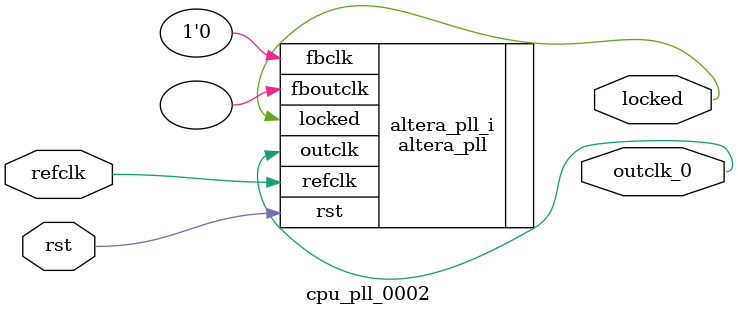
<source format=v>
`timescale 1ns/10ps
module  cpu_pll_0002(

	// interface 'refclk'
	input wire refclk,

	// interface 'reset'
	input wire rst,

	// interface 'outclk0'
	output wire outclk_0,

	// interface 'locked'
	output wire locked
);

	altera_pll #(
		.fractional_vco_multiplier("false"),
		.reference_clock_frequency("50.0 MHz"),
		.operation_mode("direct"),
		.number_of_clocks(1),
		.output_clock_frequency0("70.000000 MHz"),
		.phase_shift0("0 ps"),
		.duty_cycle0(50),
		.output_clock_frequency1("0 MHz"),
		.phase_shift1("0 ps"),
		.duty_cycle1(50),
		.output_clock_frequency2("0 MHz"),
		.phase_shift2("0 ps"),
		.duty_cycle2(50),
		.output_clock_frequency3("0 MHz"),
		.phase_shift3("0 ps"),
		.duty_cycle3(50),
		.output_clock_frequency4("0 MHz"),
		.phase_shift4("0 ps"),
		.duty_cycle4(50),
		.output_clock_frequency5("0 MHz"),
		.phase_shift5("0 ps"),
		.duty_cycle5(50),
		.output_clock_frequency6("0 MHz"),
		.phase_shift6("0 ps"),
		.duty_cycle6(50),
		.output_clock_frequency7("0 MHz"),
		.phase_shift7("0 ps"),
		.duty_cycle7(50),
		.output_clock_frequency8("0 MHz"),
		.phase_shift8("0 ps"),
		.duty_cycle8(50),
		.output_clock_frequency9("0 MHz"),
		.phase_shift9("0 ps"),
		.duty_cycle9(50),
		.output_clock_frequency10("0 MHz"),
		.phase_shift10("0 ps"),
		.duty_cycle10(50),
		.output_clock_frequency11("0 MHz"),
		.phase_shift11("0 ps"),
		.duty_cycle11(50),
		.output_clock_frequency12("0 MHz"),
		.phase_shift12("0 ps"),
		.duty_cycle12(50),
		.output_clock_frequency13("0 MHz"),
		.phase_shift13("0 ps"),
		.duty_cycle13(50),
		.output_clock_frequency14("0 MHz"),
		.phase_shift14("0 ps"),
		.duty_cycle14(50),
		.output_clock_frequency15("0 MHz"),
		.phase_shift15("0 ps"),
		.duty_cycle15(50),
		.output_clock_frequency16("0 MHz"),
		.phase_shift16("0 ps"),
		.duty_cycle16(50),
		.output_clock_frequency17("0 MHz"),
		.phase_shift17("0 ps"),
		.duty_cycle17(50),
		.pll_type("General"),
		.pll_subtype("General")
	) altera_pll_i (
		.rst	(rst),
		.outclk	({outclk_0}),
		.locked	(locked),
		.fboutclk	( ),
		.fbclk	(1'b0),
		.refclk	(refclk)
	);
endmodule


</source>
